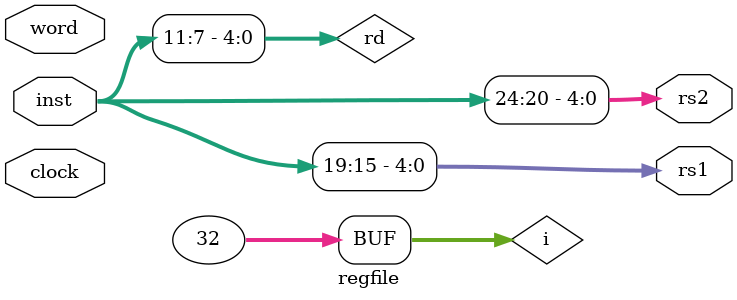
<source format=v>
module regfile(input clock, input wire [31:0] inst, input wire [31:0] word, output wire [4:0] rs1, output wire [4:0] rs2);

reg [31:0] gpr[31:0];

integer i, j;

wire [4:0] rd;
assign rd = inst[11:7];

assign rs1 = inst[19:15];
assign rs2 = inst[24:20];


initial begin
	initzero();
end

always @(negedge clock) begin

	gpr[rd] = word;
	regprint();
end

task regprint;
begin 
	
	$display($time,": WRITE %h to REG x%d", word, rd);
	#5;
	for (j = 0; j < 32; j = j + 1) begin

		$display($time, ": x%d: 0x%h", j, gpr[j]);
	end

end
endtask

task initzero;
begin
	
	for (i = 0; i < 32; i = i + 1) begin
		gpr[i] <= 0;
	end

end
endtask

endmodule
</source>
